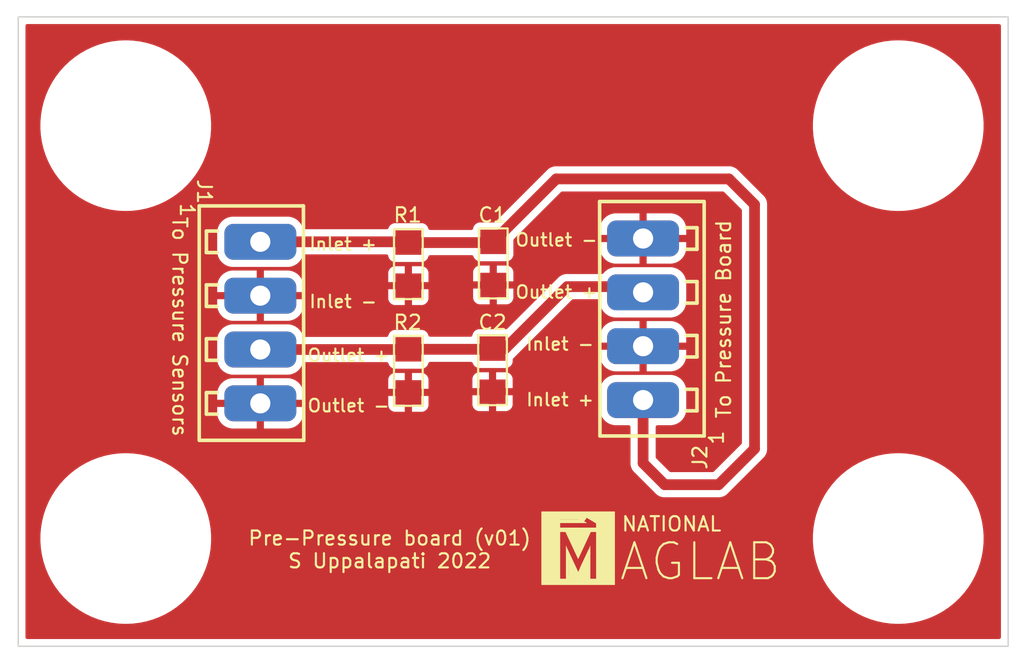
<source format=kicad_pcb>
(kicad_pcb (version 20211014) (generator pcbnew)
  (title_block (title "Pre-Pressure board") (date "10/11/2022") (rev "v01") (company "NHMFL") (comment 1 "Sujana Uppalapati"))
  (layers (0 "F.Cu" signal) (31 "B.Cu" signal) (34 "B.Paste" user) (35 "F.Paste" user) (36 "B.SilkS" user "B.Silkscreen") (37 "F.SilkS" user "F.Silkscreen") (38 "B.Mask" user) (39 "F.Mask" user) (44 "Edge.Cuts" user))
  (net 0 "")
  (net 1 "Net-(C1-Pad1)")
  (net 2 "GND")
  (net 3 "Net-(C2-Pad1)")
  (footprint "ap_Cap_SMD:C_1206" (layer "F.Cu") (at 123.76871 84.421671 -90)
    (fp_text reference "C1" (at -1.9 0.05) (layer "F.SilkS") (effects (font (size 1.016 1.016))))
    (fp_text value "0.1uf" hide)
    (fp_line (start -0.9525 1.016) (end 4.0005 1.016) (layer "F.SilkS") (width 0.1524))
    (fp_line (start -0.9525 1.016) (end -0.9525 -1.016) (layer "F.SilkS") (width 0.1524))
    (fp_line (start -0.9525 -1.016) (end 4.0005 -1.016) (layer "F.SilkS") (width 0.1524))
    (fp_line (start 4.0005 1.016) (end 4.0005 -1.016) (layer "F.SilkS") (width 0.1524))
    (pad "1" smd rect locked (at 0 0 270) (size 1.7272 1.8288) (layers "F.Cu" "F.Paste" "F.Mask") (net 1 "Net-(C1-Pad1)"))
    (pad "2" smd rect locked (at 3.048 0 270) (size 1.7272 1.8288) (layers "F.Cu" "F.Paste" "F.Mask") (net 2 "GND"))
  )
  (footprint "ap_Pad_Hole:125_Hole_Iso" (layer "F.Cu") (at 97.79 105.41)
    (fp_text reference "Pad2" hide)
    (fp_text value "125_hole_iso" hide)
    (pad "" np_thru_hole circle locked (at 0 0) (size 3.175 3.175) (drill 3.175) (layers *.Cu *.Mask) (clearance 4.445))
  )
  (footprint "ap_Connector_Phoenix:MCV_4Pin_1803442" (layer "F.Cu") (at 134.36211 95.612971 90)
    (fp_text reference "J2" (at -4.0469 4.0223 90) (layer "F.SilkS"))
    (fp_text value "MCV_4Pin_1803442" hide)
    (fp_line (start 4.572 3.81) (end 4.572 3.048) (layer "F.SilkS") (width 0.254))
    (fp_line (start -0.762 3.81) (end 0.762 3.81) (layer "F.SilkS") (width 0.254))
    (fp_line (start 8.382 3.81) (end 8.382 3.048) (layer "F.SilkS") (width 0.254))
    (fp_line (start 3.048 3.048) (end 3.048 3.81) (layer "F.SilkS") (width 0.254))
    (fp_line (start 10.668 3.81) (end 12.192 3.81) (layer "F.SilkS") (width 0.254))
    (fp_line (start 14.0462 4.2672) (end 14.0462 -3.0734) (layer "F.SilkS") (width 0.254))
    (fp_line (start -2.54 4.318) (end -2.54 -3.048) (layer "F.SilkS") (width 0.254))
    (fp_line (start -2.54 -3.048) (end 14.0462 -3.0734) (layer "F.SilkS") (width 0.254))
    (fp_line (start 3.048 3.81) (end 4.572 3.81) (layer "F.SilkS") (width 0.254))
    (fp_line (start 12.192 3.81) (end 12.192 3.048) (layer "F.SilkS") (width 0.254))
    (fp_line (start 0.762 3.81) (end 0.762 3.048) (layer "F.SilkS") (width 0.254))
    (fp_line (start 10.668 3.048) (end 10.668 3.81) (layer "F.SilkS") (width 0.254))
    (fp_line (start -0.762 3.048) (end -0.762 3.81) (layer "F.SilkS") (width 0.254))
    (fp_line (start 6.858 3.048) (end 6.858 3.81) (layer "F.SilkS") (width 0.254))
    (fp_line (start -2.54 4.318) (end 14.0462 4.318) (layer "F.SilkS") (width 0.254))
    (fp_line (start 6.858 3.81) (end 8.382 3.81) (layer "F.SilkS") (width 0.254))
    (pad "1" thru_hole roundrect (at 0 0 90) (size 2.54 5.08) (drill 1.4224) (layers *.Cu *.Mask) (net 1 "Net-(C1-Pad1)"))
    (pad "2" thru_hole roundrect (at 3.81 0 90) (size 2.54 5.08) (drill 1.4224) (layers *.Cu *.Mask) (net 2 "GND"))
    (pad "3" thru_hole roundrect (at 7.62 0 90) (size 2.54 5.08) (drill 1.4224) (layers *.Cu *.Mask) (net 3 "Net-(C2-Pad1)"))
    (pad "4" thru_hole roundrect (at 11.43 0 90) (size 2.54 5.08) (drill 1.4224) (layers *.Cu *.Mask) (net 2 "GND"))
  )
  (footprint "ap_Pad_Hole:125_Hole_Iso" (layer "F.Cu") (at 152.4 76.2)
    (fp_text reference "Pad4" hide)
    (fp_text value "125_hole_iso" hide)
    (pad "" np_thru_hole circle locked (at 0 0) (size 3.175 3.175) (drill 3.175) (layers *.Cu *.Mask) (clearance 4.445))
  )
  (footprint "ap_Resistor_SMD:R_1206" (layer "F.Cu") (at 117.76871 92.021671 -90)
    (fp_text reference "R2" (at -1.9 0.05 180) (layer "F.SilkS") (effects (font (size 1.016 1.016))))
    (fp_text value "500 ohms" hide)
    (fp_line (start -0.9525 -1.016) (end 4.0005 -1.016) (layer "F.SilkS") (width 0.1524))
    (fp_line (start 4.0005 1.016) (end 4.0005 -1.016) (layer "F.SilkS") (width 0.1524))
    (fp_line (start -0.9525 1.016) (end -0.9525 -1.016) (layer "F.SilkS") (width 0.1524))
    (fp_line (start -0.9525 1.016) (end 4.0005 1.016) (layer "F.SilkS") (width 0.1524))
    (pad "1" smd rect locked (at 0 0 270) (size 1.7272 1.8288) (layers "F.Cu" "F.Paste" "F.Mask") (net 3 "Net-(C2-Pad1)"))
    (pad "2" smd rect locked (at 3.048 0 270) (size 1.7272 1.8288) (layers "F.Cu" "F.Paste" "F.Mask") (net 2 "GND"))
  )
  (footprint "ap_Pad_Hole:125_Hole_Iso" (layer "F.Cu") (at 152.4 105.41)
    (fp_text reference "Pad3" hide)
    (fp_text value "125_hole_iso" hide)
    (pad "" np_thru_hole circle locked (at 0 0) (size 3.175 3.175) (drill 3.175) (layers *.Cu *.Mask) (clearance 4.445))
  )
  (footprint "ap_Connector_Phoenix:MCV_4Pin_1803442" (layer "F.Cu") (at 107.3023 84.4169 -90)
    (fp_text reference "J1" (at -3.55 3.95 -90 unlocked) (layer "F.SilkS"))
    (fp_text value "MCV_4Pin_1803442" hide)
    (fp_line (start 12.192 3.81) (end 12.192 3.048) (layer "F.SilkS") (width 0.254))
    (fp_line (start 3.048 3.048) (end 3.048 3.81) (layer "F.SilkS") (width 0.254))
    (fp_line (start 4.572 3.81) (end 4.572 3.048) (layer "F.SilkS") (width 0.254))
    (fp_line (start 10.668 3.048) (end 10.668 3.81) (layer "F.SilkS") (width 0.254))
    (fp_line (start -2.54 4.318) (end 14.0462 4.318) (layer "F.SilkS") (width 0.254))
    (fp_line (start -2.54 4.318) (end -2.54 -3.048) (layer "F.SilkS") (width 0.254))
    (fp_line (start 6.858 3.81) (end 8.382 3.81) (layer "F.SilkS") (width 0.254))
    (fp_line (start -0.762 3.81) (end 0.762 3.81) (layer "F.SilkS") (width 0.254))
    (fp_line (start -2.54 -3.048) (end 14.0462 -3.0734) (layer "F.SilkS") (width 0.254))
    (fp_line (start 14.0462 4.2672) (end 14.0462 -3.0734) (layer "F.SilkS") (width 0.254))
    (fp_line (start 6.858 3.048) (end 6.858 3.81) (layer "F.SilkS") (width 0.254))
    (fp_line (start 0.762 3.81) (end 0.762 3.048) (layer "F.SilkS") (width 0.254))
    (fp_line (start 10.668 3.81) (end 12.192 3.81) (layer "F.SilkS") (width 0.254))
    (fp_line (start -0.762 3.048) (end -0.762 3.81) (layer "F.SilkS") (width 0.254))
    (fp_line (start 3.048 3.81) (end 4.572 3.81) (layer "F.SilkS") (width 0.254))
    (fp_line (start 8.382 3.81) (end 8.382 3.048) (layer "F.SilkS") (width 0.254))
    (pad "1" thru_hole roundrect (at 0 0 270) (size 2.54 5.08) (drill 1.4224) (layers *.Cu *.Mask) (net 1 "Net-(C1-Pad1)"))
    (pad "2" thru_hole roundrect (at 3.81 0 270) (size 2.54 5.08) (drill 1.4224) (layers *.Cu *.Mask) (net 2 "GND"))
    (pad "3" thru_hole roundrect (at 7.62 0 270) (size 2.54 5.08) (drill 1.4224) (layers *.Cu *.Mask) (net 3 "Net-(C2-Pad1)"))
    (pad "4" thru_hole roundrect (at 11.43 0 270) (size 2.54 5.08) (drill 1.4224) (layers *.Cu *.Mask) (net 2 "GND"))
  )
  (footprint "ap_Cap_SMD:C_1206" (layer "F.Cu") (at 123.71871 91.973671 -90)
    (fp_text reference "C2" (at -1.852 0 180) (layer "F.SilkS") (effects (font (size 1.016 1.016))))
    (fp_text value "0.1uf" hide)
    (fp_line (start -0.9525 -1.016) (end 4.0005 -1.016) (layer "F.SilkS") (width 0.1524))
    (fp_line (start -0.9525 1.016) (end -0.9525 -1.016) (layer "F.SilkS") (width 0.1524))
    (fp_line (start 4.0005 1.016) (end 4.0005 -1.016) (layer "F.SilkS") (width 0.1524))
    (fp_line (start -0.9525 1.016) (end 4.0005 1.016) (layer "F.SilkS") (width 0.1524))
    (pad "1" smd rect locked (at 0 0 270) (size 1.7272 1.8288) (layers "F.Cu" "F.Paste" "F.Mask") (net 3 "Net-(C2-Pad1)"))
    (pad "2" smd rect locked (at 3.048 0 270) (size 1.7272 1.8288) (layers "F.Cu" "F.Paste" "F.Mask") (net 2 "GND"))
  )
  (footprint "ap_PCB_Misc:Maglab_Logo" (layer "F.Cu") (at 127.23046 108.63435)
    (fp_text reference "1" hide)
    (fp_text value "MAGLAB_LOGO_1_2" hide)
    (fp_text user "NATIONAL" (at 9.144 -4.2545) (layer "F.SilkS") (effects (font (size 1.016 1.016))))
    (fp_text user "AGLAB" (at 11.176 -1.5875) (layer "F.SilkS") (effects (font (size 2.54 2.54))))
    (fp_line (start 3.3528 -2.49936) (end 3.35026 -2.4638) (layer "F.SilkS") (width 0.01016))
    (fp_line (start 2.286 -0.8128) (end 2.1844 -0.889) (layer "F.SilkS") (width 0.12))
    (fp_line (start 0.127 -0.127) (end 4.953 -0.127) (layer "F.SilkS") (width 0.254))
    (fp_line (start 5.08 0) (end 5.08 -5.08) (layer "F.SilkS") (width 0.12))
    (fp_line (start 2.1209 -3.46202) (end 2.54254 -2.5527) (layer "F.SilkS") (width 0.127))
    (fp_line (start 1.016 -0.1905) (end 1.016 -4.8895) (layer "F.SilkS") (width 0.12))
    (fp_line (start 2.9972 -4.3688) (end 2.921 -4.3942) (layer "F.SilkS") (width 0.0508))
    (fp_line (start 3.302 -0.381) (end 3.302 -2.159) (layer "F.SilkS") (width 0.2032))
    (fp_line (start 0.508 -0.381) (end 0.508 -4.826) (layer "F.SilkS") (width 0.12))
    (fp_line (start 2.8702 -0.8382) (end 2.8956 -1.016) (layer "F.SilkS") (width 0.12))
    (fp_line (start 1.2065 -3.937) (end 1.2065 -3.81) (layer "F.SilkS") (width 0.12))
    (fp_line (start 3.38582 -2.66954) (end 3.29946 -2.45872) (layer "F.SilkS") (width 0.01016))
    (fp_line (start 3.8735 -3.937) (end 1.2065 -3.937) (layer "F.SilkS") (width 0.12))
    (fp_line (start 2.8956 -1.016) (end 3.2258 -2.032) (layer "F.SilkS") (width 0.12))
    (fp_line (start 4.318 -0.381) (end 4.318 -4.7625) (layer "F.SilkS") (width 0.12))
    (fp_line (start 3.3528 -4.8006) (end 3.81 -4.6482) (layer "F.SilkS") (width 0.12))
    (fp_line (start 3.1623 -3.62458) (end 2.00914 -3.57124) (layer "F.SilkS") (width 0.127))
    (fp_line (start 2.0066 -0.762) (end 3.1242 -0.762) (layer "F.SilkS") (width 0.12))
    (fp_line (start 4.8514 -0.3302) (end 4.826 -4.826) (layer "F.SilkS") (width 0.12))
    (fp_line (start 0.254 -4.953) (end 0.381 -4.826) (layer "F.SilkS") (width 0.12))
    (fp_line (start 0.127 -4.953) (end 0.127 -0.127) (layer "F.SilkS") (width 0.254))
    (fp_line (start 3.31978 -2.46888) (end 3.3274 -2.46634) (layer "F.SilkS") (width 0.01016))
    (fp_line (start 1.69164 -2.65938) (end 1.69672 -2.6416) (layer "F.SilkS") (width 0.01016))
    (fp_line (start 3.937 -4.0005) (end 3.8735 -3.937) (layer "F.SilkS") (width 0.12))
    (fp_line (start 3.0734 -4.3434) (end 2.8702 -4.4704) (layer "F.SilkS") (width 0.0508))
    (fp_line (start 1.68148 -2.71526) (end 1.75768 -2.53746) (layer "F.SilkS") (width 0.01016))
    (fp_line (start 2.0066 -1.6764) (end 1.905 -1.9558) (layer "F.SilkS") (width 0.12))
    (fp_line (start 2.8448 -4.445) (end 2.8956 -4.3942) (layer "F.SilkS") (width 0.12))
    (fp_line (start 2.55524 -2.12852) (end 3.1623 -3.62458) (layer "F.SilkS") (width 0.127))
    (fp_line (start 3.31216 -2.47142) (end 3.37566 -2.63144) (layer "F.SilkS") (width 0.01016))
    (fp_line (start 4.572 -0.381) (end 4.572 -4.826) (layer "F.SilkS") (width 0.508))
    (fp_line (start 3.0734 -4.3434) (end 2.794 -4.3434) (layer "F.SilkS") (width 0.0508))
    (fp_line (start 1.905 -1.9558) (end 1.8796 -1.7526) (layer "F.SilkS") (width 0.12))
    (fp_line (start 2.667 -0.7874) (end 2.9718 -0.8128) (layer "F.SilkS") (width 0.12))
    (fp_line (start 3.8862 -4.318) (end 2.9464 -4.8768) (layer "F.SilkS") (width 0.12))
    (fp_line (start 1.66878 -3.68808) (end 2.54254 -1.82118) (layer "F.SilkS") (width 0.0508))
    (fp_line (start 3.175 -0.3556) (end 3.175 -1.8288) (layer "F.SilkS") (width 0.2032))
    (fp_line (start 3.37312 -2.6035) (end 3.31978 -2.46888) (layer "F.SilkS") (width 0.01016))
    (fp_line (start 3.28422 -2.44094) (end 3.28676 -2.4511) (layer "F.SilkS") (width 0.01016))
    (fp_line (start 2.794 -0.8382) (end 2.8702 -0.8382) (layer "F.SilkS") (width 0.12))
    (fp_line (start 3.8354 -4.8006) (end 3.4036 -4.8006) (layer "F.SilkS") (width 0.12))
    (fp_line (start 3.0988 -4.9022) (end 2.8956 -4.7244) (layer "F.SilkS") (width 0.12))
    (fp_line (start 3.34518 -2.4638) (end 3.3528 -2.49936) (layer "F.SilkS") (width 0.01016))
    (fp_line (start 1.68148 -2.63144) (end 1.68148 -2.57302) (layer "F.SilkS") (width 0.01016))
    (fp_line (start 2.9718 -1.3716) (end 2.794 -0.8382) (layer "F.SilkS") (width 0.12))
    (fp_line (start 2.8448 -4.5212) (end 3.0988 -4.9022) (layer "F.SilkS") (width 0.3048))
    (fp_line (start 1.70688 -2.63906) (end 1.69164 -2.65938) (layer "F.SilkS") (width 0.01016))
    (fp_line (start 3.0988 -0.6858) (end 2.0066 -0.6858) (layer "F.SilkS") (width 0.12))
    (fp_line (start 2.413 -0.7366) (end 2.1336 -0.8128) (layer "F.SilkS") (width 0.12))
    (fp_line (start 1.143 -3.8735) (end 3.937 -3.8735) (layer "F.SilkS") (width 0.12))
    (fp_line (start 2.54254 -1.82118) (end 3.42646 -3.72364) (layer "F.SilkS") (width 0.0508))
    (fp_line (start 2.35204 -3.31978) (end 2.53746 -2.97434) (layer "F.SilkS") (width 0.127))
    (fp_line (start 1.76784 -3.7084) (end 2.55016 -1.98374) (layer "F.SilkS") (width 0.127))
    (fp_line (start 1.778 -0.381) (end 1.778 -2.159) (layer "F.SilkS") (width 0.2032))
    (fp_line (start 1.7272 -2.4638) (end 1.7272 -2.4892) (layer "F.SilkS") (width 0.0508))
    (fp_line (start 3.3782 -2.159) (end 3.3782 -2.54) (layer "F.SilkS") (width 0.0508))
    (fp_line (start 2.8956 -4.7244) (end 2.921 -4.8006) (layer "F.SilkS") (width 0.12))
    (fp_line (start 3.1242 -0.762) (end 3.1242 -0.8382) (layer "F.SilkS") (width 0.12))
    (fp_line (start 1.2065 -3.81) (end 4.0005 -3.81) (layer "F.SilkS") (width 0.12))
    (fp_line (start 2.1336 -0.8128) (end 2.1082 -1.27) (layer "F.SilkS") (width 0.12))
    (fp_line (start 2.5273 -2.76098) (end 2.76352 -3.3655) (layer "F.SilkS") (width 0.127))
    (fp_line (start 2.0066 -0.508) (end 3.0988 -0.508) (layer "F.SilkS") (width 0.3048))
    (fp_line (start 3.8354 -4.445) (end 3.81 -4.572) (layer "F.SilkS") (width 0.12))
    (fp_line (start 2.7432 -4.6228) (end 2.6416 -4.5466) (layer "F.SilkS") (width 0.12))
    (fp_line (start 3.38836 -2.63906) (end 3.38836 -2.55778) (layer "F.SilkS") (width 0.01016))
    (fp_line (start 3.37566 -2.63144) (end 3.37312 -2.6035) (layer "F.SilkS") (width 0.01016))
    (fp_line (start 3.81 -4.572) (end 3.3528 -4.8006) (layer "F.SilkS") (width 0.12))
    (fp_line (start 1.143 -0.381) (end 1.143 -4.826) (layer "F.SilkS") (width 0.254))
    (fp_line (start 2.2352 -3.37312) (end 2.5273 -2.76098) (layer "F.SilkS") (width 0.127))
    (fp_line (start 2.1082 -1.27) (end 2.286 -0.8128) (layer "F.SilkS") (width 0.12))
    (fp_line (start 2.47396 -3.26644) (end 2.55778 -3.1369) (layer "F.SilkS") (width 0.127))
    (fp_line (start 2.7432 -1.1684) (end 3.3274 -2.413) (layer "F.SilkS") (width 0.12))
    (fp_line (start 2.76352 -3.3655) (end 2.35204 -3.31978) (layer "F.SilkS") (width 0.127))
    (fp_line (start 2.54254 -1.89738) (end 1.71704 -3.70078) (layer "F.SilkS") (width 0.0508))
    (fp_line (start 0.381 -0.254) (end 0.762 -0.254) (layer "F.SilkS") (width 0.12))
    (fp_line (start 3.1496 -4.8768) (end 3.8354 -4.445) (layer "F.SilkS") (width 0.12))
    (fp_line (start 1.68148 -2.61366) (end 1.68148 -2.71526) (layer "F.SilkS") (width 0.01016))
    (fp_line (start 3.429 -4.826) (end 3.8354 -4.8006) (layer "F.SilkS") (width 0.12))
    (fp_line (start 2.9464 -4.8768) (end 3.1496 -4.8768) (layer "F.SilkS") (width 0.12))
    (fp_line (start 3.37058 -2.56286) (end 3.33756 -2.47142) (layer "F.SilkS") (width 0.01016))
    (fp_line (start 4.953 -4.953) (end 0.127 -4.953) (layer "F.SilkS") (width 0.254))
    (fp_line (start 0.381 -4.826) (end 0.381 -0.254) (layer "F.SilkS") (width 0.508))
    (fp_line (start 2.794 -4.445) (end 2.794 -4.826) (layer "F.SilkS") (width 0.2032))
    (fp_line (start 1.9558 -0.3556) (end 1.9558 -1.7018) (layer "F.SilkS") (width 0.1778))
    (fp_line (start 3.12674 -4.33324) (end 2.9591 -4.42722) (layer "F.SilkS") (width 0.0254))
    (fp_line (start 3.38836 -2.55778) (end 3.38074 -2.56032) (layer "F.SilkS") (width 0.01016))
    (fp_line (start 1.7018 -2.1844) (end 1.7018 -2.5908) (layer "F.SilkS") (width 0.0508))
    (fp_line (start 2.89052 -3.45694) (end 2.2352 -3.37312) (layer "F.SilkS") (width 0.127))
    (fp_line (start 2.53746 -2.97434) (end 2.64414 -3.27406) (layer "F.SilkS") (width 0.127))
    (fp_line (start 1.8034 -2.3876) (end 1.7018 -2.6162) (layer "F.SilkS") (width 0.0508))
    (fp_line (start 3.03022 -3.53822) (end 2.1209 -3.46202) (layer "F.SilkS") (width 0.127))
    (fp_line (start 2.54254 -2.5527) (end 2.89052 -3.45694) (layer "F.SilkS") (width 0.127))
    (fp_line (start 1.7526 -2.413) (end 2.7178 -0.3556) (layer "F.SilkS") (width 0.12))
    (fp_line (start 3.37312 -2.56794) (end 3.37058 -2.56286) (layer "F.SilkS") (width 0.01016))
    (fp_line (start 3.39852 -2.71018) (end 3.38836 -2.63906) (layer "F.SilkS") (width 0.01016))
    (fp_line (start 3.37566 -2.59588) (end 3.37312 -2.56794) (layer "F.SilkS") (width 0.01016))
    (fp_line (start 1.143 -4.826) (end 2.667 -4.826) (layer "F.SilkS") (width 0.12))
    (fp_line (start 3.29946 -2.45872) (end 3.31216 -2.47142) (layer "F.SilkS") (width 0.01016))
    (fp_line (start 3.38074 -2.56032) (end 3.38074 -2.6543) (layer "F.SilkS") (width 0.01016))
    (fp_line (start 0 0) (end 5.08 0) (layer "F.SilkS") (width 0.12))
    (fp_line (start 0 -5.08) (end 0 0) (layer "F.SilkS") (width 0.12))
    (fp_line (start 4.064 -0.381) (end 4.064 -4.826) (layer "F.SilkS") (width 0.508))
    (fp_line (start 2.64414 -3.27406) (end 2.47396 -3.26644) (layer "F.SilkS") (width 0.127))
    (fp_line (start 2.413 -0.9906) (end 1.7526 -2.413) (layer "F.SilkS") (width 0.12))
    (fp_line (start 3.302 -2.1336) (end 3.3274 -2.3114) (layer "F.SilkS") (width 0.12))
    (fp_line (start 2.55778 -2.34188) (end 3.03022 -3.53822) (layer "F.SilkS") (width 0.127))
    (fp_line (start 3.37566 -3.69316) (end 2.54254 -1.89738) (layer "F.SilkS") (width 0.0508))
    (fp_line (start 3.0734 -1.7018) (end 2.667 -0.7874) (layer "F.SilkS") (width 0.12))
    (fp_line (start 1.6891 -2.63652) (end 1.6891 -2.68732) (layer "F.SilkS") (width 0.01016))
    (fp_line (start 2.667 -4.699) (end 1.27 -4.699) (layer "F.SilkS") (width 0.254))
    (fp_line (start 3.42646 -3.72364) (end 3.37566 -3.69316) (layer "F.SilkS") (width 0.0508))
    (fp_line (start 4.953 -0.127) (end 4.953 -4.953) (layer "F.SilkS") (width 0.254))
    (fp_line (start 0.254 -0.254) (end 4.826 -0.254) (layer "F.SilkS") (width 0.254))
    (fp_line (start 4.0005 -3.7465) (end 1.143 -3.7465) (layer "F.SilkS") (width 0.12))
    (fp_line (start 3.33756 -2.47142) (end 3.34518 -2.4638) (layer "F.SilkS") (width 0.01016))
    (fp_line (start 1.6891 -2.68732) (end 1.70688 -2.63906) (layer "F.SilkS") (width 0.01016))
    (fp_line (start 3.81 -4.7244) (end 3.429 -4.826) (layer "F.SilkS") (width 0.12))
    (fp_line (start 3.3274 -2.413) (end 2.3368 -0.2794) (layer "F.SilkS") (width 0.12))
    (fp_line (start 3.12674 -4.33324) (end 3.08102 -4.36118) (layer "F.SilkS") (width 0.0254))
    (fp_line (start 2.0574 -1.6002) (end 2.413 -0.7366) (layer "F.SilkS") (width 0.12))
    (fp_line (start 2.9718 -0.8128) (end 2.9718 -1.3716) (layer "F.SilkS") (width 0.12))
    (fp_line (start 3.07594 -4.3307) (end 3.12674 -4.3307) (layer "F.SilkS") (width 0.0254))
    (fp_line (start 0.254 -0.254) (end 0.254 -4.953) (layer "F.SilkS") (width 0.12))
    (fp_line (start 4.0005 -3.81) (end 4.0005 -3.7465) (layer "F.SilkS") (width 0.12))
    (fp_line (start 2.0574 -1.5494) (end 2.0574 -1.6002) (layer "F.SilkS") (width 0.12))
    (fp_line (start 0.762 -0.254) (end 0.762 -4.826) (layer "F.SilkS") (width 0.508))
    (fp_line (start 3.28676 -2.4511) (end 3.39852 -2.71018) (layer "F.SilkS") (width 0.01016))
    (fp_line (start 3.048 -0.7874) (end 3.0734 -1.7018) (layer "F.SilkS") (width 0.12))
    (fp_line (start 3.29692 -3.68554) (end 1.88468 -3.66522) (layer "F.SilkS") (width 0.127))
    (fp_line (start 3.39344 -2.54) (end 3.39852 -2.54) (layer "F.SilkS") (width 0.01016))
    (fp_line (start 3.0988 -0.508) (end 3.0988 -0.6858) (layer "F.SilkS") (width 0.12))
    (fp_line (start 3.38074 -2.6543) (end 3.38582 -2.66954) (layer "F.SilkS") (width 0.01016))
    (fp_line (start 5.08 -5.08) (end 0 -5.08) (layer "F.SilkS") (width 0.12))
    (fp_line (start 3.81 -4.6482) (end 3.81 -4.7244) (layer "F.SilkS") (width 0.12))
    (fp_line (start 2.0574 -0.7874) (end 2.0574 -1.5494) (layer "F.SilkS") (width 0.12))
    (fp_line (start 2.00914 -3.57124) (end 2.55778 -2.34188) (layer "F.SilkS") (width 0.127))
    (fp_line (start 1.88468 -3.66522) (end 2.55524 -2.12852) (layer "F.SilkS") (width 0.127))
    (fp_line (start 3.3274 -2.46634) (end 3.37566 -2.59588) (layer "F.SilkS") (width 0.01016))
    (fp_line (start 1.65862 -3.71856) (end 1.66878 -3.68808) (layer "F.SilkS") (width 0.0508))
    (fp_line (start 2.55016 -1.98374) (end 3.29692 -3.68554) (layer "F.SilkS") (width 0.127))
    (fp_line (start 1.8034 -2.1336) (end 1.7526 -2.286) (layer "F.SilkS") (width 0.12))
    (fp_line (start 1.27 -4.445) (end 2.794 -4.445) (layer "F.SilkS") (width 0.254))
    (fp_line (start 3.39852 -2.54) (end 3.39852 -2.71018) (layer "F.SilkS") (width 0.01016))
    (fp_line (start 3.937 -3.8735) (end 3.937 -4.0005) (layer "F.SilkS") (width 0.12))
  )
  (footprint "ap_Pad_Hole:125_Hole_Iso" (layer "F.Cu") (at 97.79 76.2)
    (fp_text reference "Pad1" hide)
    (fp_text value "125_hole_iso" hide)
    (pad "" np_thru_hole circle locked (at 0 0) (size 3.175 3.175) (drill 3.175) (layers *.Cu *.Mask) (clearance 4.445))
  )
  (footprint "ap_Resistor_SMD:R_1206" (layer "F.Cu") (at 117.76871 84.471671 -90)
    (fp_text reference "R1" (at -1.95 0.05) (layer "F.SilkS") (effects (font (size 1.016 1.016))))
    (fp_text value "500 ohms" hide)
    (fp_line (start 4.0005 1.016) (end 4.0005 -1.016) (layer "F.SilkS") (width 0.1524))
    (fp_line (start -0.9525 -1.016) (end 4.0005 -1.016) (layer "F.SilkS") (width 0.1524))
    (fp_line (start -0.9525 1.016) (end 4.0005 1.016) (layer "F.SilkS") (width 0.1524))
    (fp_line (start -0.9525 1.016) (end -0.9525 -1.016) (layer "F.SilkS") (width 0.1524))
    (pad "1" smd rect locked (at 0 0 270) (size 1.7272 1.8288) (layers "F.Cu" "F.Paste" "F.Mask") (net 1 "Net-(C1-Pad1)"))
    (pad "2" smd rect locked (at 3.048 0 270) (size 1.7272 1.8288) (layers "F.Cu" "F.Paste" "F.Mask") (net 2 "GND"))
  )
  (gr_rect (start 90.191791 68.501839) (end 160.168075 113.03) (layer "Edge.Cuts") (width 0.1) (fill none))
  (gr_text "Pre-Pressure board (v01)\nS Uppalapati 2022" (at 116.44546 106.18935) (layer "F.SilkS") (effects (font (size 1 1))))
  (gr_text "Inlet +" (at 113.157 84.582) (layer "F.SilkS") (effects (font (size 0.889 0.889))))
  (gr_text "Inlet -" (at 128.49071 91.651671) (layer "F.SilkS") (effects (font (size 0.889 0.889))))
  (gr_text "Inlet -" (at 113.157 88.646) (layer "F.SilkS") (effects (font (size 0.889 0.889))))
  (gr_text "Outlet -" (at 128.23671 84.285671) (layer "F.SilkS") (effects (font (size 0.889 0.889))))
  (gr_text "To Pressure Board" (at 140.062407 89.889863 -270) (layer "F.SilkS") (effects (font (size 1 1))))
  (gr_text "Outlet +" (at 128.23671 87.976774) (layer "F.SilkS") (effects (font (size 0.889 0.889))))
  (gr_text "Outlet -" (at 113.538 96.012) (layer "F.SilkS") (effects (font (size 0.889 0.889))))
  (gr_text "Outlet +" (at 113.538 92.456) (layer "F.SilkS") (effects (font (size 0.889 0.889))))
  (gr_text "To Pressure Sensors" (at 101.6 90.424 -90) (layer "F.SilkS") (effects (font (size 1 1))))
  (gr_text "1" (at 139.55441 98.271871 90) (layer "F.SilkS") (effects (font (size 1 1))))
  (gr_text "1" (at 102.1403 82.1729 -90) (layer "F.SilkS") (effects (font (size 1 1))))
  (gr_text "Inlet +" (at 128.49071 95.588671) (layer "F.SilkS") (effects (font (size 0.889 0.889))))
  (segment (start 107.3023 84.4169) (end 117.713939 84.4169) (width 0.762) (layer "F.Cu") (net 1))
  (segment (start 123.71871 84.471671) (end 123.76871 84.421671) (width 0.762) (layer "F.Cu") (net 1))
  (segment (start 142.24 99.06) (end 139.7 101.6) (width 0.762) (layer "F.Cu") (net 1))
  (segment (start 140.42871 79.967671) (end 142.24 81.778961) (width 0.762) (layer "F.Cu") (net 1))
  (segment (start 134.36211 100.07211) (end 134.36211 95.612971) (width 0.762) (layer "F.Cu") (net 1))
  (segment (start 139.7 101.6) (end 135.89 101.6) (width 0.762) (layer "F.Cu") (net 1))
  (segment (start 117.713939 84.4169) (end 117.76871 84.471671) (width 0.762) (layer "F.Cu") (net 1))
  (segment (start 117.76871 84.471671) (end 123.71871 84.471671) (width 0.762) (layer "F.Cu") (net 1))
  (segment (start 128.22271 79.967671) (end 140.42871 79.967671) (width 0.762) (layer "F.Cu") (net 1))
  (segment (start 123.76871 84.421671) (end 128.22271 79.967671) (width 0.762) (layer "F.Cu") (net 1))
  (segment (start 142.24 81.778961) (end 142.24 99.06) (width 0.762) (layer "F.Cu") (net 1))
  (segment (start 135.89 101.6) (end 134.36211 100.07211) (width 0.762) (layer "F.Cu") (net 1))
  (segment (start 133.95681 87.587671) (end 134.36211 87.992971) (width 0.762) (layer "F.Cu") (net 3))
  (segment (start 117.76871 92.021671) (end 123.67071 92.021671) (width 0.762) (layer "F.Cu") (net 3))
  (segment (start 107.3023 92.0369) (end 117.753481 92.0369) (width 0.762) (layer "F.Cu") (net 3))
  (segment (start 123.71871 91.973671) (end 124.61271 91.973671) (width 0.762) (layer "F.Cu") (net 3))
  (segment (start 128.99871 87.587671) (end 133.95681 87.587671) (width 0.762) (layer "F.Cu") (net 3))
  (segment (start 123.67071 92.021671) (end 123.71871 91.973671) (width 0.762) (layer "F.Cu") (net 3))
  (segment (start 124.61271 91.973671) (end 128.99871 87.587671) (width 0.762) (layer "F.Cu") (net 3))
  (segment (start 117.753481 92.0369) (end 117.76871 92.021671) (width 0.762) (layer "F.Cu") (net 3))
  (zone (net 2) (net_name "GND") (layer "F.Cu") (connect_pads (clearance 0.508)) (min_thickness 0.254) (fill yes (thermal_gap 0.508) (thermal_bridge_width 0.508))
    (polygon (pts (xy 161.29 114.3) (xy 88.9 114.3) (xy 88.9 67.31) (xy 161.29 67.31)))
  )
)
</source>
